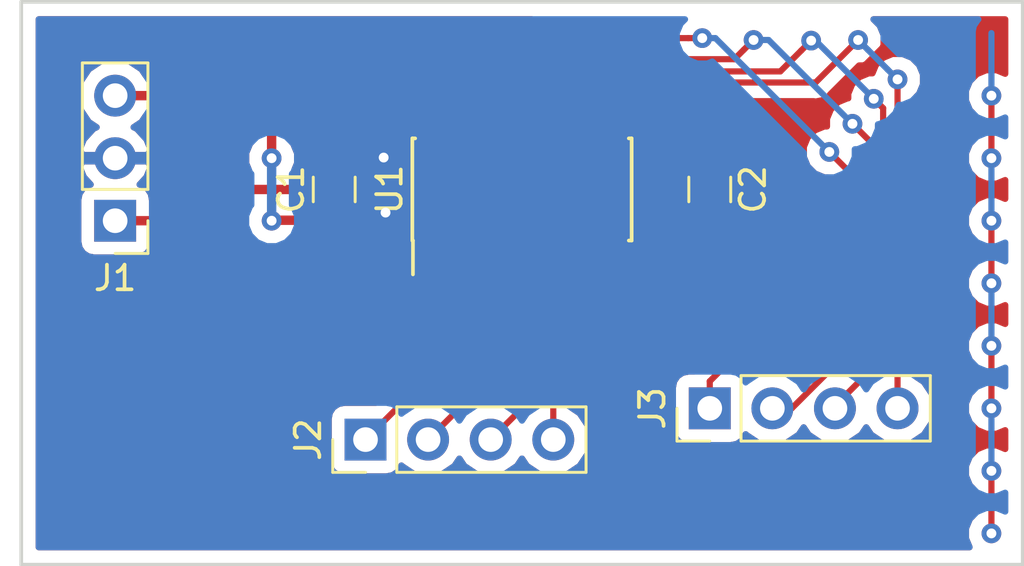
<source format=kicad_pcb>
(kicad_pcb (version 20171130) (host pcbnew "(5.0.0)")

  (general
    (thickness 1.6)
    (drawings 4)
    (tracks 108)
    (zones 0)
    (modules 6)
    (nets 14)
  )

  (page A4)
  (layers
    (0 F.Cu signal)
    (31 B.Cu signal)
    (32 B.Adhes user)
    (33 F.Adhes user)
    (34 B.Paste user)
    (35 F.Paste user)
    (36 B.SilkS user)
    (37 F.SilkS user)
    (38 B.Mask user)
    (39 F.Mask user)
    (40 Dwgs.User user)
    (41 Cmts.User user)
    (42 Eco1.User user)
    (43 Eco2.User user)
    (44 Edge.Cuts user)
    (45 Margin user)
    (46 B.CrtYd user)
    (47 F.CrtYd user)
    (48 B.Fab user)
    (49 F.Fab user)
  )

  (setup
    (last_trace_width 0.25)
    (user_trace_width 0.381)
    (user_trace_width 0.508)
    (user_trace_width 0.635)
    (user_trace_width 0.762)
    (trace_clearance 0.2)
    (zone_clearance 0.508)
    (zone_45_only yes)
    (trace_min 0.2)
    (segment_width 0.2)
    (edge_width 0.15)
    (via_size 0.8)
    (via_drill 0.4)
    (via_min_size 0.4)
    (via_min_drill 0.3)
    (uvia_size 0.3)
    (uvia_drill 0.1)
    (uvias_allowed no)
    (uvia_min_size 0.2)
    (uvia_min_drill 0.1)
    (pcb_text_width 0.3)
    (pcb_text_size 1.5 1.5)
    (mod_edge_width 0.15)
    (mod_text_size 1 1)
    (mod_text_width 0.15)
    (pad_size 1.524 1.524)
    (pad_drill 0.762)
    (pad_to_mask_clearance 0.2)
    (aux_axis_origin 0 0)
    (visible_elements 7FFFFFFF)
    (pcbplotparams
      (layerselection 0x00030_80000001)
      (usegerberextensions false)
      (usegerberattributes false)
      (usegerberadvancedattributes false)
      (creategerberjobfile false)
      (excludeedgelayer true)
      (linewidth 0.100000)
      (plotframeref false)
      (viasonmask false)
      (mode 1)
      (useauxorigin false)
      (hpglpennumber 1)
      (hpglpenspeed 20)
      (hpglpendiameter 15.000000)
      (psnegative false)
      (psa4output false)
      (plotreference true)
      (plotvalue true)
      (plotinvisibletext false)
      (padsonsilk false)
      (subtractmaskfromsilk false)
      (outputformat 1)
      (mirror false)
      (drillshape 1)
      (scaleselection 1)
      (outputdirectory ""))
  )

  (net 0 "")
  (net 1 +5V)
  (net 2 GND)
  (net 3 +3V3)
  (net 4 "Net-(J2-Pad1)")
  (net 5 "Net-(J2-Pad2)")
  (net 6 "Net-(J2-Pad3)")
  (net 7 "Net-(J2-Pad4)")
  (net 8 "Net-(J3-Pad1)")
  (net 9 "Net-(J3-Pad2)")
  (net 10 "Net-(J3-Pad3)")
  (net 11 "Net-(J3-Pad4)")
  (net 12 "Net-(U1-Pad6)")
  (net 13 "Net-(U1-Pad9)")

  (net_class Default "Dies ist die voreingestellte Netzklasse."
    (clearance 0.2)
    (trace_width 0.25)
    (via_dia 0.8)
    (via_drill 0.4)
    (uvia_dia 0.3)
    (uvia_drill 0.1)
    (add_net +3V3)
    (add_net +5V)
    (add_net GND)
    (add_net "Net-(J2-Pad1)")
    (add_net "Net-(J2-Pad2)")
    (add_net "Net-(J2-Pad3)")
    (add_net "Net-(J2-Pad4)")
    (add_net "Net-(J3-Pad1)")
    (add_net "Net-(J3-Pad2)")
    (add_net "Net-(J3-Pad3)")
    (add_net "Net-(J3-Pad4)")
    (add_net "Net-(U1-Pad6)")
    (add_net "Net-(U1-Pad9)")
  )

  (module Capacitors_SMD:C_0805_HandSoldering (layer F.Cu) (tedit 58AA84A8) (tstamp 5AD6045B)
    (at 165.1 110.49 90)
    (descr "Capacitor SMD 0805, hand soldering")
    (tags "capacitor 0805")
    (path /5AD5FDB9)
    (attr smd)
    (fp_text reference C1 (at 0 -1.75 90) (layer F.SilkS)
      (effects (font (size 1 1) (thickness 0.15)))
    )
    (fp_text value 100nF (at 0 1.75 90) (layer F.Fab)
      (effects (font (size 1 1) (thickness 0.15)))
    )
    (fp_text user %R (at 0 -1.75 90) (layer F.Fab)
      (effects (font (size 1 1) (thickness 0.15)))
    )
    (fp_line (start -1 0.62) (end -1 -0.62) (layer F.Fab) (width 0.1))
    (fp_line (start 1 0.62) (end -1 0.62) (layer F.Fab) (width 0.1))
    (fp_line (start 1 -0.62) (end 1 0.62) (layer F.Fab) (width 0.1))
    (fp_line (start -1 -0.62) (end 1 -0.62) (layer F.Fab) (width 0.1))
    (fp_line (start 0.5 -0.85) (end -0.5 -0.85) (layer F.SilkS) (width 0.12))
    (fp_line (start -0.5 0.85) (end 0.5 0.85) (layer F.SilkS) (width 0.12))
    (fp_line (start -2.25 -0.88) (end 2.25 -0.88) (layer F.CrtYd) (width 0.05))
    (fp_line (start -2.25 -0.88) (end -2.25 0.87) (layer F.CrtYd) (width 0.05))
    (fp_line (start 2.25 0.87) (end 2.25 -0.88) (layer F.CrtYd) (width 0.05))
    (fp_line (start 2.25 0.87) (end -2.25 0.87) (layer F.CrtYd) (width 0.05))
    (pad 1 smd rect (at -1.25 0 90) (size 1.5 1.25) (layers F.Cu F.Paste F.Mask)
      (net 1 +5V))
    (pad 2 smd rect (at 1.25 0 90) (size 1.5 1.25) (layers F.Cu F.Paste F.Mask)
      (net 2 GND))
    (model Capacitors_SMD.3dshapes/C_0805.wrl
      (at (xyz 0 0 0))
      (scale (xyz 1 1 1))
      (rotate (xyz 0 0 0))
    )
  )

  (module Capacitors_SMD:C_0805_HandSoldering (layer F.Cu) (tedit 58AA84A8) (tstamp 5AD60461)
    (at 180.34 110.49 270)
    (descr "Capacitor SMD 0805, hand soldering")
    (tags "capacitor 0805")
    (path /5AD5FE19)
    (attr smd)
    (fp_text reference C2 (at 0 -1.75 270) (layer F.SilkS)
      (effects (font (size 1 1) (thickness 0.15)))
    )
    (fp_text value 100nF (at 0 1.75 270) (layer F.Fab)
      (effects (font (size 1 1) (thickness 0.15)))
    )
    (fp_text user %R (at 0 -1.75 270) (layer F.Fab)
      (effects (font (size 1 1) (thickness 0.15)))
    )
    (fp_line (start -1 0.62) (end -1 -0.62) (layer F.Fab) (width 0.1))
    (fp_line (start 1 0.62) (end -1 0.62) (layer F.Fab) (width 0.1))
    (fp_line (start 1 -0.62) (end 1 0.62) (layer F.Fab) (width 0.1))
    (fp_line (start -1 -0.62) (end 1 -0.62) (layer F.Fab) (width 0.1))
    (fp_line (start 0.5 -0.85) (end -0.5 -0.85) (layer F.SilkS) (width 0.12))
    (fp_line (start -0.5 0.85) (end 0.5 0.85) (layer F.SilkS) (width 0.12))
    (fp_line (start -2.25 -0.88) (end 2.25 -0.88) (layer F.CrtYd) (width 0.05))
    (fp_line (start -2.25 -0.88) (end -2.25 0.87) (layer F.CrtYd) (width 0.05))
    (fp_line (start 2.25 0.87) (end 2.25 -0.88) (layer F.CrtYd) (width 0.05))
    (fp_line (start 2.25 0.87) (end -2.25 0.87) (layer F.CrtYd) (width 0.05))
    (pad 1 smd rect (at -1.25 0 270) (size 1.5 1.25) (layers F.Cu F.Paste F.Mask)
      (net 3 +3V3))
    (pad 2 smd rect (at 1.25 0 270) (size 1.5 1.25) (layers F.Cu F.Paste F.Mask)
      (net 2 GND))
    (model Capacitors_SMD.3dshapes/C_0805.wrl
      (at (xyz 0 0 0))
      (scale (xyz 1 1 1))
      (rotate (xyz 0 0 0))
    )
  )

  (module Pin_Headers:Pin_Header_Straight_1x03_Pitch2.54mm (layer F.Cu) (tedit 59650532) (tstamp 5AD60468)
    (at 156.21 111.76 180)
    (descr "Through hole straight pin header, 1x03, 2.54mm pitch, single row")
    (tags "Through hole pin header THT 1x03 2.54mm single row")
    (path /5AD5FFCA)
    (fp_text reference J1 (at 0 -2.33 180) (layer F.SilkS)
      (effects (font (size 1 1) (thickness 0.15)))
    )
    (fp_text value Conn_01x03 (at 0 7.41 180) (layer F.Fab)
      (effects (font (size 1 1) (thickness 0.15)))
    )
    (fp_line (start -0.635 -1.27) (end 1.27 -1.27) (layer F.Fab) (width 0.1))
    (fp_line (start 1.27 -1.27) (end 1.27 6.35) (layer F.Fab) (width 0.1))
    (fp_line (start 1.27 6.35) (end -1.27 6.35) (layer F.Fab) (width 0.1))
    (fp_line (start -1.27 6.35) (end -1.27 -0.635) (layer F.Fab) (width 0.1))
    (fp_line (start -1.27 -0.635) (end -0.635 -1.27) (layer F.Fab) (width 0.1))
    (fp_line (start -1.33 6.41) (end 1.33 6.41) (layer F.SilkS) (width 0.12))
    (fp_line (start -1.33 1.27) (end -1.33 6.41) (layer F.SilkS) (width 0.12))
    (fp_line (start 1.33 1.27) (end 1.33 6.41) (layer F.SilkS) (width 0.12))
    (fp_line (start -1.33 1.27) (end 1.33 1.27) (layer F.SilkS) (width 0.12))
    (fp_line (start -1.33 0) (end -1.33 -1.33) (layer F.SilkS) (width 0.12))
    (fp_line (start -1.33 -1.33) (end 0 -1.33) (layer F.SilkS) (width 0.12))
    (fp_line (start -1.8 -1.8) (end -1.8 6.85) (layer F.CrtYd) (width 0.05))
    (fp_line (start -1.8 6.85) (end 1.8 6.85) (layer F.CrtYd) (width 0.05))
    (fp_line (start 1.8 6.85) (end 1.8 -1.8) (layer F.CrtYd) (width 0.05))
    (fp_line (start 1.8 -1.8) (end -1.8 -1.8) (layer F.CrtYd) (width 0.05))
    (fp_text user %R (at 0 2.54 270) (layer F.Fab)
      (effects (font (size 1 1) (thickness 0.15)))
    )
    (pad 1 thru_hole rect (at 0 0 180) (size 1.7 1.7) (drill 1) (layers *.Cu *.Mask)
      (net 3 +3V3))
    (pad 2 thru_hole oval (at 0 2.54 180) (size 1.7 1.7) (drill 1) (layers *.Cu *.Mask)
      (net 2 GND))
    (pad 3 thru_hole oval (at 0 5.08 180) (size 1.7 1.7) (drill 1) (layers *.Cu *.Mask)
      (net 1 +5V))
    (model ${KISYS3DMOD}/Pin_Headers.3dshapes/Pin_Header_Straight_1x03_Pitch2.54mm.wrl
      (at (xyz 0 0 0))
      (scale (xyz 1 1 1))
      (rotate (xyz 0 0 0))
    )
  )

  (module Pin_Headers:Pin_Header_Straight_1x04_Pitch2.54mm (layer F.Cu) (tedit 59650532) (tstamp 5AD60470)
    (at 166.37 120.65 90)
    (descr "Through hole straight pin header, 1x04, 2.54mm pitch, single row")
    (tags "Through hole pin header THT 1x04 2.54mm single row")
    (path /5AD5FF46)
    (fp_text reference J2 (at 0 -2.33 90) (layer F.SilkS)
      (effects (font (size 1 1) (thickness 0.15)))
    )
    (fp_text value Conn_01x04 (at 0 9.95 90) (layer F.Fab)
      (effects (font (size 1 1) (thickness 0.15)))
    )
    (fp_line (start -0.635 -1.27) (end 1.27 -1.27) (layer F.Fab) (width 0.1))
    (fp_line (start 1.27 -1.27) (end 1.27 8.89) (layer F.Fab) (width 0.1))
    (fp_line (start 1.27 8.89) (end -1.27 8.89) (layer F.Fab) (width 0.1))
    (fp_line (start -1.27 8.89) (end -1.27 -0.635) (layer F.Fab) (width 0.1))
    (fp_line (start -1.27 -0.635) (end -0.635 -1.27) (layer F.Fab) (width 0.1))
    (fp_line (start -1.33 8.95) (end 1.33 8.95) (layer F.SilkS) (width 0.12))
    (fp_line (start -1.33 1.27) (end -1.33 8.95) (layer F.SilkS) (width 0.12))
    (fp_line (start 1.33 1.27) (end 1.33 8.95) (layer F.SilkS) (width 0.12))
    (fp_line (start -1.33 1.27) (end 1.33 1.27) (layer F.SilkS) (width 0.12))
    (fp_line (start -1.33 0) (end -1.33 -1.33) (layer F.SilkS) (width 0.12))
    (fp_line (start -1.33 -1.33) (end 0 -1.33) (layer F.SilkS) (width 0.12))
    (fp_line (start -1.8 -1.8) (end -1.8 9.4) (layer F.CrtYd) (width 0.05))
    (fp_line (start -1.8 9.4) (end 1.8 9.4) (layer F.CrtYd) (width 0.05))
    (fp_line (start 1.8 9.4) (end 1.8 -1.8) (layer F.CrtYd) (width 0.05))
    (fp_line (start 1.8 -1.8) (end -1.8 -1.8) (layer F.CrtYd) (width 0.05))
    (fp_text user %R (at 0 3.81 180) (layer F.Fab)
      (effects (font (size 1 1) (thickness 0.15)))
    )
    (pad 1 thru_hole rect (at 0 0 90) (size 1.7 1.7) (drill 1) (layers *.Cu *.Mask)
      (net 4 "Net-(J2-Pad1)"))
    (pad 2 thru_hole oval (at 0 2.54 90) (size 1.7 1.7) (drill 1) (layers *.Cu *.Mask)
      (net 5 "Net-(J2-Pad2)"))
    (pad 3 thru_hole oval (at 0 5.08 90) (size 1.7 1.7) (drill 1) (layers *.Cu *.Mask)
      (net 6 "Net-(J2-Pad3)"))
    (pad 4 thru_hole oval (at 0 7.62 90) (size 1.7 1.7) (drill 1) (layers *.Cu *.Mask)
      (net 7 "Net-(J2-Pad4)"))
    (model ${KISYS3DMOD}/Pin_Headers.3dshapes/Pin_Header_Straight_1x04_Pitch2.54mm.wrl
      (at (xyz 0 0 0))
      (scale (xyz 1 1 1))
      (rotate (xyz 0 0 0))
    )
  )

  (module Pin_Headers:Pin_Header_Straight_1x04_Pitch2.54mm (layer F.Cu) (tedit 59650532) (tstamp 5AD60478)
    (at 180.34 119.38 90)
    (descr "Through hole straight pin header, 1x04, 2.54mm pitch, single row")
    (tags "Through hole pin header THT 1x04 2.54mm single row")
    (path /5AD5FEFA)
    (fp_text reference J3 (at 0 -2.33 90) (layer F.SilkS)
      (effects (font (size 1 1) (thickness 0.15)))
    )
    (fp_text value Conn_01x04 (at 0 9.95 90) (layer F.Fab)
      (effects (font (size 1 1) (thickness 0.15)))
    )
    (fp_line (start -0.635 -1.27) (end 1.27 -1.27) (layer F.Fab) (width 0.1))
    (fp_line (start 1.27 -1.27) (end 1.27 8.89) (layer F.Fab) (width 0.1))
    (fp_line (start 1.27 8.89) (end -1.27 8.89) (layer F.Fab) (width 0.1))
    (fp_line (start -1.27 8.89) (end -1.27 -0.635) (layer F.Fab) (width 0.1))
    (fp_line (start -1.27 -0.635) (end -0.635 -1.27) (layer F.Fab) (width 0.1))
    (fp_line (start -1.33 8.95) (end 1.33 8.95) (layer F.SilkS) (width 0.12))
    (fp_line (start -1.33 1.27) (end -1.33 8.95) (layer F.SilkS) (width 0.12))
    (fp_line (start 1.33 1.27) (end 1.33 8.95) (layer F.SilkS) (width 0.12))
    (fp_line (start -1.33 1.27) (end 1.33 1.27) (layer F.SilkS) (width 0.12))
    (fp_line (start -1.33 0) (end -1.33 -1.33) (layer F.SilkS) (width 0.12))
    (fp_line (start -1.33 -1.33) (end 0 -1.33) (layer F.SilkS) (width 0.12))
    (fp_line (start -1.8 -1.8) (end -1.8 9.4) (layer F.CrtYd) (width 0.05))
    (fp_line (start -1.8 9.4) (end 1.8 9.4) (layer F.CrtYd) (width 0.05))
    (fp_line (start 1.8 9.4) (end 1.8 -1.8) (layer F.CrtYd) (width 0.05))
    (fp_line (start 1.8 -1.8) (end -1.8 -1.8) (layer F.CrtYd) (width 0.05))
    (fp_text user %R (at 0 3.81 180) (layer F.Fab)
      (effects (font (size 1 1) (thickness 0.15)))
    )
    (pad 1 thru_hole rect (at 0 0 90) (size 1.7 1.7) (drill 1) (layers *.Cu *.Mask)
      (net 8 "Net-(J3-Pad1)"))
    (pad 2 thru_hole oval (at 0 2.54 90) (size 1.7 1.7) (drill 1) (layers *.Cu *.Mask)
      (net 9 "Net-(J3-Pad2)"))
    (pad 3 thru_hole oval (at 0 5.08 90) (size 1.7 1.7) (drill 1) (layers *.Cu *.Mask)
      (net 10 "Net-(J3-Pad3)"))
    (pad 4 thru_hole oval (at 0 7.62 90) (size 1.7 1.7) (drill 1) (layers *.Cu *.Mask)
      (net 11 "Net-(J3-Pad4)"))
    (model ${KISYS3DMOD}/Pin_Headers.3dshapes/Pin_Header_Straight_1x04_Pitch2.54mm.wrl
      (at (xyz 0 0 0))
      (scale (xyz 1 1 1))
      (rotate (xyz 0 0 0))
    )
  )

  (module Housings_SOIC:SOIC-14_3.9x8.7mm_Pitch1.27mm (layer F.Cu) (tedit 5AD607DB) (tstamp 5AD6048A)
    (at 172.72 110.49 90)
    (descr "14-Lead Plastic Small Outline (SL) - Narrow, 3.90 mm Body [SOIC] (see Microchip Packaging Specification 00000049BS.pdf)")
    (tags "SOIC 1.27")
    (path /5AD5FAA6)
    (attr smd)
    (fp_text reference U1 (at 0 -5.375 90) (layer F.SilkS)
      (effects (font (size 1 1) (thickness 0.15)))
    )
    (fp_text value TXB0104D (at 0 5.375 90) (layer F.Fab)
      (effects (font (size 1 1) (thickness 0.15)))
    )
    (fp_text user %R (at 0 0 180) (layer F.Fab)
      (effects (font (size 0.9 0.9) (thickness 0.135)))
    )
    (fp_line (start -0.95 -4.35) (end 1.95 -4.35) (layer F.Fab) (width 0.15))
    (fp_line (start 1.95 -4.35) (end 1.95 4.35) (layer F.Fab) (width 0.15))
    (fp_line (start 1.95 4.35) (end -1.95 4.35) (layer F.Fab) (width 0.15))
    (fp_line (start -1.95 4.35) (end -1.95 -3.35) (layer F.Fab) (width 0.15))
    (fp_line (start -1.95 -3.35) (end -0.95 -4.35) (layer F.Fab) (width 0.15))
    (fp_line (start -3.7 -4.65) (end -3.7 4.65) (layer F.CrtYd) (width 0.05))
    (fp_line (start 3.7 -4.65) (end 3.7 4.65) (layer F.CrtYd) (width 0.05))
    (fp_line (start -3.7 -4.65) (end 3.7 -4.65) (layer F.CrtYd) (width 0.05))
    (fp_line (start -3.7 4.65) (end 3.7 4.65) (layer F.CrtYd) (width 0.05))
    (fp_line (start -2.075 -4.45) (end -2.075 -4.425) (layer F.SilkS) (width 0.15))
    (fp_line (start 2.075 -4.45) (end 2.075 -4.335) (layer F.SilkS) (width 0.15))
    (fp_line (start 2.075 4.45) (end 2.075 4.335) (layer F.SilkS) (width 0.15))
    (fp_line (start -2.075 4.45) (end -2.075 4.335) (layer F.SilkS) (width 0.15))
    (fp_line (start -2.075 -4.45) (end 2.075 -4.45) (layer F.SilkS) (width 0.15))
    (fp_line (start -2.075 4.45) (end 2.075 4.45) (layer F.SilkS) (width 0.15))
    (fp_line (start -2.075 -4.425) (end -3.45 -4.425) (layer F.SilkS) (width 0.15))
    (pad 1 smd rect (at -2.7 -3.81 90) (size 1.5 0.6) (layers F.Cu F.Paste F.Mask)
      (net 3 +3V3))
    (pad 2 smd rect (at -2.7 -2.54 90) (size 1.5 0.6) (layers F.Cu F.Paste F.Mask)
      (net 4 "Net-(J2-Pad1)"))
    (pad 3 smd rect (at -2.7 -1.27 90) (size 1.5 0.6) (layers F.Cu F.Paste F.Mask)
      (net 5 "Net-(J2-Pad2)"))
    (pad 4 smd rect (at -2.7 0 90) (size 1.5 0.6) (layers F.Cu F.Paste F.Mask)
      (net 6 "Net-(J2-Pad3)"))
    (pad 5 smd rect (at -2.7 1.27 90) (size 1.5 0.6) (layers F.Cu F.Paste F.Mask)
      (net 7 "Net-(J2-Pad4)"))
    (pad 6 smd rect (at -2.7 2.54 90) (size 1.5 0.6) (layers F.Cu F.Paste F.Mask)
      (net 12 "Net-(U1-Pad6)"))
    (pad 7 smd rect (at -2.7 3.81 90) (size 1.5 0.6) (layers F.Cu F.Paste F.Mask)
      (net 2 GND))
    (pad 8 smd rect (at 2.7 3.81 90) (size 1.5 0.6) (layers F.Cu F.Paste F.Mask)
      (net 3 +3V3))
    (pad 9 smd rect (at 2.7 2.54 90) (size 1.5 0.6) (layers F.Cu F.Paste F.Mask)
      (net 13 "Net-(U1-Pad9)"))
    (pad 10 smd rect (at 2.7 1.27 90) (size 1.5 0.6) (layers F.Cu F.Paste F.Mask)
      (net 11 "Net-(J3-Pad4)"))
    (pad 11 smd rect (at 2.7 0 90) (size 1.5 0.6) (layers F.Cu F.Paste F.Mask)
      (net 10 "Net-(J3-Pad3)"))
    (pad 12 smd rect (at 2.7 -1.27 90) (size 1.5 0.6) (layers F.Cu F.Paste F.Mask)
      (net 9 "Net-(J3-Pad2)"))
    (pad 13 smd rect (at 2.7 -2.54 90) (size 1.5 0.6) (layers F.Cu F.Paste F.Mask)
      (net 8 "Net-(J3-Pad1)"))
    (pad 14 smd rect (at 2.7 -3.81 90) (size 1.5 0.6) (layers F.Cu F.Paste F.Mask)
      (net 1 +5V))
    (model ${KISYS3DMOD}/Housings_SOIC.3dshapes/SOIC-14_3.9x8.7mm_Pitch1.27mm.wrl
      (at (xyz 0 0 0))
      (scale (xyz 1 1 1))
      (rotate (xyz 0 0 0))
    )
  )

  (gr_line (start 152.4 125.73) (end 152.4 102.87) (angle 90) (layer Edge.Cuts) (width 0.15))
  (gr_line (start 193.04 125.73) (end 152.4 125.73) (angle 90) (layer Edge.Cuts) (width 0.15))
  (gr_line (start 193.04 102.87) (end 193.04 125.73) (angle 90) (layer Edge.Cuts) (width 0.15))
  (gr_line (start 152.4 102.87) (end 193.04 102.87) (angle 90) (layer Edge.Cuts) (width 0.15))

  (segment (start 191.77 104.14) (end 191.77 106.68) (width 0.25) (layer B.Cu) (net 0))
  (via (at 191.77 124.46) (size 0.8) (drill 0.4) (layers F.Cu B.Cu) (net 0))
  (segment (start 191.77 121.92) (end 191.77 124.46) (width 0.25) (layer F.Cu) (net 0) (tstamp 5AD60F34))
  (via (at 191.77 121.92) (size 0.8) (drill 0.4) (layers F.Cu B.Cu) (net 0))
  (segment (start 191.77 119.38) (end 191.77 121.92) (width 0.25) (layer B.Cu) (net 0) (tstamp 5AD60F31))
  (via (at 191.77 119.38) (size 0.8) (drill 0.4) (layers F.Cu B.Cu) (net 0))
  (segment (start 191.77 116.84) (end 191.77 119.38) (width 0.25) (layer F.Cu) (net 0) (tstamp 5AD60F2E))
  (via (at 191.77 116.84) (size 0.8) (drill 0.4) (layers F.Cu B.Cu) (net 0))
  (segment (start 191.77 114.3) (end 191.77 116.84) (width 0.25) (layer B.Cu) (net 0) (tstamp 5AD60F2B))
  (via (at 191.77 114.3) (size 0.8) (drill 0.4) (layers F.Cu B.Cu) (net 0))
  (segment (start 191.77 111.76) (end 191.77 114.3) (width 0.25) (layer F.Cu) (net 0) (tstamp 5AD60F28))
  (via (at 191.77 111.76) (size 0.8) (drill 0.4) (layers F.Cu B.Cu) (net 0))
  (segment (start 191.77 109.22) (end 191.77 111.76) (width 0.25) (layer B.Cu) (net 0) (tstamp 5AD60F25))
  (via (at 191.77 109.22) (size 0.8) (drill 0.4) (layers F.Cu B.Cu) (net 0))
  (segment (start 191.77 106.68) (end 191.77 109.22) (width 0.25) (layer F.Cu) (net 0) (tstamp 5AD60F22))
  (via (at 191.77 106.68) (size 0.8) (drill 0.4) (layers F.Cu B.Cu) (net 0))
  (segment (start 162.56 106.68) (end 162.56 109.22) (width 0.381) (layer F.Cu) (net 1))
  (segment (start 162.58 111.74) (end 165.1 111.74) (width 0.381) (layer F.Cu) (net 1) (tstamp 5AD60CDE))
  (segment (start 162.56 111.76) (end 162.58 111.74) (width 0.381) (layer F.Cu) (net 1) (tstamp 5AD60CDD))
  (via (at 162.56 111.76) (size 0.8) (drill 0.4) (layers F.Cu B.Cu) (net 1))
  (segment (start 162.56 109.22) (end 162.56 111.76) (width 0.381) (layer B.Cu) (net 1) (tstamp 5AD60CDA))
  (via (at 162.56 109.22) (size 0.8) (drill 0.4) (layers F.Cu B.Cu) (net 1))
  (segment (start 156.21 106.68) (end 162.56 106.68) (width 0.381) (layer F.Cu) (net 1))
  (segment (start 162.56 106.68) (end 167.8 106.68) (width 0.381) (layer F.Cu) (net 1) (tstamp 5AD60CD6))
  (segment (start 167.8 106.68) (end 168.91 107.79) (width 0.381) (layer F.Cu) (net 1) (tstamp 5AD60CC9))
  (segment (start 191.77 104.14) (end 187.94 104.14) (width 0.25) (layer F.Cu) (net 2))
  (segment (start 187.94 104.14) (end 180.34 111.74) (width 0.25) (layer F.Cu) (net 2) (tstamp 5AD60F3E))
  (segment (start 177.08 113.19) (end 176.53 113.19) (width 0.25) (layer F.Cu) (net 2))
  (segment (start 179.015 113.19) (end 177.08 113.19) (width 0.25) (layer F.Cu) (net 2))
  (segment (start 180.34 111.865) (end 179.015 113.19) (width 0.25) (layer F.Cu) (net 2))
  (segment (start 180.34 111.74) (end 180.34 111.865) (width 0.25) (layer F.Cu) (net 2))
  (via (at 167.1828 111.4298) (size 0.8) (drill 0.4) (layers F.Cu B.Cu) (net 2))
  (segment (start 175.134802 111.4298) (end 167.1828 111.4298) (width 0.25) (layer F.Cu) (net 2))
  (segment (start 175.2198 111.4298) (end 175.134802 111.4298) (width 0.25) (layer F.Cu) (net 2))
  (segment (start 176.53 113.19) (end 176.53 112.74) (width 0.25) (layer F.Cu) (net 2))
  (segment (start 176.53 112.74) (end 175.2198 111.4298) (width 0.25) (layer F.Cu) (net 2))
  (via (at 167.1066 109.1946) (size 0.8) (drill 0.4) (layers F.Cu B.Cu) (net 2))
  (segment (start 167.1828 111.4298) (end 167.1828 109.2708) (width 0.25) (layer B.Cu) (net 2))
  (segment (start 167.1828 109.2708) (end 167.1066 109.1946) (width 0.25) (layer B.Cu) (net 2))
  (segment (start 165.1454 109.1946) (end 165.1 109.24) (width 0.25) (layer F.Cu) (net 2))
  (segment (start 167.1066 109.1946) (end 165.1454 109.1946) (width 0.25) (layer F.Cu) (net 2))
  (segment (start 177.8 110.49) (end 177.8 109.06) (width 0.381) (layer F.Cu) (net 3))
  (segment (start 177.8 109.06) (end 176.53 107.79) (width 0.381) (layer F.Cu) (net 3) (tstamp 5AD60CD3))
  (segment (start 156.21 111.76) (end 160.02 111.76) (width 0.381) (layer F.Cu) (net 3))
  (segment (start 179.09 110.49) (end 180.34 109.24) (width 0.381) (layer F.Cu) (net 3) (tstamp 5AD60CCE))
  (segment (start 161.29 110.49) (end 177.8 110.49) (width 0.381) (layer F.Cu) (net 3) (tstamp 5AD60CCD))
  (segment (start 177.8 110.49) (end 179.09 110.49) (width 0.381) (layer F.Cu) (net 3) (tstamp 5AD60CD1))
  (segment (start 160.02 111.76) (end 161.29 110.49) (width 0.381) (layer F.Cu) (net 3) (tstamp 5AD60CCC))
  (segment (start 161.45 113.19) (end 160.02 111.76) (width 0.25) (layer F.Cu) (net 3))
  (segment (start 168.91 113.19) (end 161.45 113.19) (width 0.25) (layer F.Cu) (net 3))
  (segment (start 170.18 113.19) (end 170.18 116.84) (width 0.25) (layer F.Cu) (net 4))
  (segment (start 170.18 116.84) (end 166.37 120.65) (width 0.25) (layer F.Cu) (net 4) (tstamp 5AD60CF8))
  (segment (start 171.45 113.19) (end 171.45 118.11) (width 0.25) (layer F.Cu) (net 5))
  (segment (start 171.45 118.11) (end 168.91 120.65) (width 0.25) (layer F.Cu) (net 5) (tstamp 5AD60CFC))
  (segment (start 172.72 113.19) (end 172.72 119.38) (width 0.25) (layer F.Cu) (net 6))
  (segment (start 172.72 119.38) (end 171.45 120.65) (width 0.25) (layer F.Cu) (net 6) (tstamp 5AD60D00))
  (segment (start 173.99 113.19) (end 173.99 120.65) (width 0.25) (layer F.Cu) (net 7))
  (via (at 185.1914 108.966) (size 0.8) (drill 0.4) (layers F.Cu B.Cu) (net 8))
  (segment (start 180.34 119.38) (end 180.34 118.28) (width 0.25) (layer F.Cu) (net 8))
  (segment (start 186.1058 116.0272) (end 186.1058 109.8804) (width 0.25) (layer F.Cu) (net 8))
  (segment (start 181.2974 117.3226) (end 184.8104 117.3226) (width 0.25) (layer F.Cu) (net 8))
  (segment (start 180.34 118.28) (end 181.2974 117.3226) (width 0.25) (layer F.Cu) (net 8))
  (segment (start 186.1058 109.8804) (end 185.1914 108.966) (width 0.25) (layer F.Cu) (net 8))
  (segment (start 184.8104 117.3226) (end 186.1058 116.0272) (width 0.25) (layer F.Cu) (net 8))
  (via (at 180.0352 104.3432) (size 0.8) (drill 0.4) (layers F.Cu B.Cu) (net 8))
  (segment (start 173.1768 104.3432) (end 179.469515 104.3432) (width 0.25) (layer F.Cu) (net 8))
  (segment (start 179.469515 104.3432) (end 180.0352 104.3432) (width 0.25) (layer F.Cu) (net 8))
  (segment (start 170.18 107.79) (end 170.18 107.34) (width 0.25) (layer F.Cu) (net 8))
  (segment (start 180.5686 104.3432) (end 180.0352 104.3432) (width 0.25) (layer B.Cu) (net 8))
  (segment (start 170.18 107.34) (end 173.1768 104.3432) (width 0.25) (layer F.Cu) (net 8))
  (segment (start 185.1914 108.966) (end 180.5686 104.3432) (width 0.25) (layer B.Cu) (net 8))
  (via (at 186.1312 107.823) (size 0.8) (drill 0.4) (layers F.Cu B.Cu) (net 9))
  (segment (start 186.817 108.5088) (end 186.1312 107.823) (width 0.25) (layer F.Cu) (net 9))
  (segment (start 186.817 116.2304) (end 186.817 108.5088) (width 0.25) (layer F.Cu) (net 9))
  (segment (start 182.88 119.38) (end 183.6674 119.38) (width 0.25) (layer F.Cu) (net 9))
  (segment (start 183.6674 119.38) (end 186.817 116.2304) (width 0.25) (layer F.Cu) (net 9))
  (via (at 182.118 104.4194) (size 0.8) (drill 0.4) (layers F.Cu B.Cu) (net 9))
  (segment (start 186.1312 107.823) (end 182.7276 104.4194) (width 0.25) (layer B.Cu) (net 9))
  (segment (start 182.683685 104.4194) (end 182.118 104.4194) (width 0.25) (layer B.Cu) (net 9))
  (segment (start 182.7276 104.4194) (end 182.683685 104.4194) (width 0.25) (layer B.Cu) (net 9))
  (segment (start 171.45 107.79) (end 171.45 107.34) (width 0.25) (layer F.Cu) (net 9))
  (segment (start 171.45 107.34) (end 173.590389 105.199611) (width 0.25) (layer F.Cu) (net 9))
  (segment (start 173.590389 105.199611) (end 181.337789 105.199611) (width 0.25) (layer F.Cu) (net 9))
  (segment (start 181.718001 104.819399) (end 182.118 104.4194) (width 0.25) (layer F.Cu) (net 9))
  (segment (start 181.337789 105.199611) (end 181.718001 104.819399) (width 0.25) (layer F.Cu) (net 9))
  (via (at 186.9948 106.807) (size 0.8) (drill 0.4) (layers F.Cu B.Cu) (net 10))
  (segment (start 187.3758 107.188) (end 186.9948 106.807) (width 0.25) (layer F.Cu) (net 10))
  (segment (start 187.3758 117.3226) (end 187.3758 107.188) (width 0.25) (layer F.Cu) (net 10))
  (segment (start 185.42 119.38) (end 185.42 119.2784) (width 0.25) (layer F.Cu) (net 10))
  (segment (start 185.42 119.2784) (end 187.3758 117.3226) (width 0.25) (layer F.Cu) (net 10))
  (via (at 184.4548 104.4448) (size 0.8) (drill 0.4) (layers F.Cu B.Cu) (net 10))
  (segment (start 184.6326 104.4448) (end 184.4548 104.4448) (width 0.25) (layer B.Cu) (net 10))
  (segment (start 186.9948 106.807) (end 184.6326 104.4448) (width 0.25) (layer B.Cu) (net 10))
  (segment (start 174.363988 105.696012) (end 183.203588 105.696012) (width 0.25) (layer F.Cu) (net 10))
  (segment (start 184.054801 104.844799) (end 184.4548 104.4448) (width 0.25) (layer F.Cu) (net 10))
  (segment (start 183.203588 105.696012) (end 184.054801 104.844799) (width 0.25) (layer F.Cu) (net 10))
  (segment (start 172.72 107.34) (end 174.363988 105.696012) (width 0.25) (layer F.Cu) (net 10))
  (segment (start 172.72 107.79) (end 172.72 107.34) (width 0.25) (layer F.Cu) (net 10))
  (via (at 186.3598 104.4194) (size 0.8) (drill 0.4) (layers F.Cu B.Cu) (net 11))
  (via (at 187.96 106.019598) (size 0.8) (drill 0.4) (layers F.Cu B.Cu) (net 11))
  (segment (start 187.96 119.38) (end 187.96 106.019598) (width 0.25) (layer F.Cu) (net 11))
  (segment (start 186.3598 104.4194) (end 186.759801 104.819399) (width 0.25) (layer B.Cu) (net 11))
  (segment (start 186.759801 104.819399) (end 187.560001 105.619599) (width 0.25) (layer B.Cu) (net 11))
  (segment (start 187.560001 105.619599) (end 187.96 106.019598) (width 0.25) (layer B.Cu) (net 11))
  (segment (start 175.183977 106.146023) (end 173.99 107.34) (width 0.25) (layer F.Cu) (net 11))
  (segment (start 173.99 107.34) (end 173.99 107.79) (width 0.25) (layer F.Cu) (net 11))
  (segment (start 186.3598 104.4194) (end 184.633177 106.146023) (width 0.25) (layer F.Cu) (net 11))
  (segment (start 184.633177 106.146023) (end 175.183977 106.146023) (width 0.25) (layer F.Cu) (net 11))

  (zone (net 2) (net_name GND) (layer F.Cu) (tstamp 5AD60E07) (hatch edge 0.508)
    (connect_pads (clearance 0.508))
    (min_thickness 0.254)
    (fill yes (arc_segments 16) (thermal_gap 0.508) (thermal_bridge_width 0.508))
    (polygon
      (pts
        (xy 193.04 125.73) (xy 152.4 125.73) (xy 152.4 102.87) (xy 193.04 102.87)
      )
    )
    (filled_polygon
      (pts
        (xy 173.101952 103.5832) (xy 173.101948 103.5832) (xy 172.880263 103.627296) (xy 172.628871 103.795271) (xy 172.586471 103.858727)
        (xy 170.052639 106.39256) (xy 169.88 106.39256) (xy 169.632235 106.441843) (xy 169.545 106.500132) (xy 169.457765 106.441843)
        (xy 169.21 106.39256) (xy 168.679992 106.39256) (xy 168.441209 106.153777) (xy 168.395152 106.084848) (xy 168.122094 105.902396)
        (xy 167.881303 105.8545) (xy 167.881301 105.8545) (xy 167.8 105.838328) (xy 167.718699 105.8545) (xy 162.641302 105.8545)
        (xy 162.56 105.838328) (xy 162.478697 105.8545) (xy 157.444412 105.8545) (xy 157.280625 105.609375) (xy 156.789418 105.281161)
        (xy 156.356256 105.195) (xy 156.063744 105.195) (xy 155.630582 105.281161) (xy 155.139375 105.609375) (xy 154.811161 106.100582)
        (xy 154.695908 106.68) (xy 154.811161 107.259418) (xy 155.139375 107.750625) (xy 155.458478 107.963843) (xy 155.328642 108.024817)
        (xy 154.938355 108.453076) (xy 154.768524 108.86311) (xy 154.889845 109.093) (xy 156.083 109.093) (xy 156.083 109.073)
        (xy 156.337 109.073) (xy 156.337 109.093) (xy 157.530155 109.093) (xy 157.651476 108.86311) (xy 157.481645 108.453076)
        (xy 157.091358 108.024817) (xy 156.961522 107.963843) (xy 157.280625 107.750625) (xy 157.444412 107.5055) (xy 161.7345 107.5055)
        (xy 161.734501 108.581788) (xy 161.682569 108.63372) (xy 161.525 109.014126) (xy 161.525 109.425874) (xy 161.623842 109.6645)
        (xy 161.371297 109.6645) (xy 161.289999 109.648329) (xy 161.208701 109.6645) (xy 161.208697 109.6645) (xy 160.967906 109.712396)
        (xy 160.694848 109.894848) (xy 160.648793 109.963774) (xy 159.678068 110.9345) (xy 157.70744 110.9345) (xy 157.70744 110.91)
        (xy 157.658157 110.662235) (xy 157.517809 110.452191) (xy 157.307765 110.311843) (xy 157.204292 110.291261) (xy 157.481645 109.986924)
        (xy 157.651476 109.57689) (xy 157.530155 109.347) (xy 156.337 109.347) (xy 156.337 109.367) (xy 156.083 109.367)
        (xy 156.083 109.347) (xy 154.889845 109.347) (xy 154.768524 109.57689) (xy 154.938355 109.986924) (xy 155.215708 110.291261)
        (xy 155.112235 110.311843) (xy 154.902191 110.452191) (xy 154.761843 110.662235) (xy 154.71256 110.91) (xy 154.71256 112.61)
        (xy 154.761843 112.857765) (xy 154.902191 113.067809) (xy 155.112235 113.208157) (xy 155.36 113.25744) (xy 157.06 113.25744)
        (xy 157.307765 113.208157) (xy 157.517809 113.067809) (xy 157.658157 112.857765) (xy 157.70744 112.61) (xy 157.70744 112.5855)
        (xy 159.770699 112.5855) (xy 160.859673 113.674476) (xy 160.902071 113.737929) (xy 160.965524 113.780327) (xy 160.965526 113.780329)
        (xy 161.090902 113.864102) (xy 161.153463 113.905904) (xy 161.375148 113.95) (xy 161.375152 113.95) (xy 161.449999 113.964888)
        (xy 161.524846 113.95) (xy 167.964549 113.95) (xy 168.011843 114.187765) (xy 168.152191 114.397809) (xy 168.362235 114.538157)
        (xy 168.61 114.58744) (xy 169.21 114.58744) (xy 169.42 114.545669) (xy 169.420001 116.525197) (xy 166.792639 119.15256)
        (xy 165.52 119.15256) (xy 165.272235 119.201843) (xy 165.062191 119.342191) (xy 164.921843 119.552235) (xy 164.87256 119.8)
        (xy 164.87256 121.5) (xy 164.921843 121.747765) (xy 165.062191 121.957809) (xy 165.272235 122.098157) (xy 165.52 122.14744)
        (xy 167.22 122.14744) (xy 167.467765 122.098157) (xy 167.677809 121.957809) (xy 167.818157 121.747765) (xy 167.827184 121.702381)
        (xy 167.839375 121.720625) (xy 168.330582 122.048839) (xy 168.763744 122.135) (xy 169.056256 122.135) (xy 169.489418 122.048839)
        (xy 169.980625 121.720625) (xy 170.18 121.422239) (xy 170.379375 121.720625) (xy 170.870582 122.048839) (xy 171.303744 122.135)
        (xy 171.596256 122.135) (xy 172.029418 122.048839) (xy 172.520625 121.720625) (xy 172.72 121.422239) (xy 172.919375 121.720625)
        (xy 173.410582 122.048839) (xy 173.843744 122.135) (xy 174.136256 122.135) (xy 174.569418 122.048839) (xy 175.060625 121.720625)
        (xy 175.388839 121.229418) (xy 175.504092 120.65) (xy 175.388839 120.070582) (xy 175.060625 119.579375) (xy 174.75 119.371822)
        (xy 174.75 118.53) (xy 178.84256 118.53) (xy 178.84256 120.23) (xy 178.891843 120.477765) (xy 179.032191 120.687809)
        (xy 179.242235 120.828157) (xy 179.49 120.87744) (xy 181.19 120.87744) (xy 181.437765 120.828157) (xy 181.647809 120.687809)
        (xy 181.788157 120.477765) (xy 181.797184 120.432381) (xy 181.809375 120.450625) (xy 182.300582 120.778839) (xy 182.733744 120.865)
        (xy 183.026256 120.865) (xy 183.459418 120.778839) (xy 183.950625 120.450625) (xy 184.15 120.152239) (xy 184.349375 120.450625)
        (xy 184.840582 120.778839) (xy 185.273744 120.865) (xy 185.566256 120.865) (xy 185.999418 120.778839) (xy 186.490625 120.450625)
        (xy 186.69 120.152239) (xy 186.889375 120.450625) (xy 187.380582 120.778839) (xy 187.813744 120.865) (xy 188.106256 120.865)
        (xy 188.539418 120.778839) (xy 189.030625 120.450625) (xy 189.358839 119.959418) (xy 189.474092 119.38) (xy 189.358839 118.800582)
        (xy 189.030625 118.309375) (xy 188.72 118.101822) (xy 188.72 106.723309) (xy 188.837431 106.605878) (xy 188.995 106.225472)
        (xy 188.995 105.813724) (xy 188.837431 105.433318) (xy 188.54628 105.142167) (xy 188.165874 104.984598) (xy 187.754126 104.984598)
        (xy 187.37372 105.142167) (xy 187.082569 105.433318) (xy 186.942283 105.772) (xy 186.788926 105.772) (xy 186.40852 105.929569)
        (xy 186.117369 106.22072) (xy 185.9598 106.601126) (xy 185.9598 106.788) (xy 185.925326 106.788) (xy 185.54492 106.945569)
        (xy 185.253769 107.23672) (xy 185.0962 107.617126) (xy 185.0962 107.931) (xy 184.985526 107.931) (xy 184.60512 108.088569)
        (xy 184.313969 108.37972) (xy 184.1564 108.760126) (xy 184.1564 109.171874) (xy 184.313969 109.55228) (xy 184.60512 109.843431)
        (xy 184.985526 110.001) (xy 185.151598 110.001) (xy 185.345801 110.195203) (xy 185.3458 115.712398) (xy 184.495599 116.5626)
        (xy 181.372246 116.5626) (xy 181.297399 116.547712) (xy 181.222552 116.5626) (xy 181.222548 116.5626) (xy 181.000863 116.606696)
        (xy 180.749471 116.774671) (xy 180.707071 116.838127) (xy 179.855528 117.689671) (xy 179.792072 117.732071) (xy 179.749672 117.795527)
        (xy 179.749671 117.795528) (xy 179.691518 117.88256) (xy 179.49 117.88256) (xy 179.242235 117.931843) (xy 179.032191 118.072191)
        (xy 178.891843 118.282235) (xy 178.84256 118.53) (xy 174.75 118.53) (xy 174.75 114.545669) (xy 174.96 114.58744)
        (xy 175.56 114.58744) (xy 175.807765 114.538157) (xy 175.886972 114.485232) (xy 176.10369 114.575) (xy 176.24425 114.575)
        (xy 176.403 114.41625) (xy 176.403 113.317) (xy 176.657 113.317) (xy 176.657 114.41625) (xy 176.81575 114.575)
        (xy 176.95631 114.575) (xy 177.189699 114.478327) (xy 177.368327 114.299698) (xy 177.465 114.066309) (xy 177.465 113.47575)
        (xy 177.30625 113.317) (xy 176.657 113.317) (xy 176.403 113.317) (xy 176.383 113.317) (xy 176.383 113.063)
        (xy 176.403 113.063) (xy 176.403 111.96375) (xy 176.657 111.96375) (xy 176.657 113.063) (xy 177.30625 113.063)
        (xy 177.465 112.90425) (xy 177.465 112.313691) (xy 177.368327 112.080302) (xy 177.313776 112.02575) (xy 179.08 112.02575)
        (xy 179.08 112.616309) (xy 179.176673 112.849698) (xy 179.355301 113.028327) (xy 179.58869 113.125) (xy 180.05425 113.125)
        (xy 180.213 112.96625) (xy 180.213 111.867) (xy 180.467 111.867) (xy 180.467 112.96625) (xy 180.62575 113.125)
        (xy 181.09131 113.125) (xy 181.324699 113.028327) (xy 181.503327 112.849698) (xy 181.6 112.616309) (xy 181.6 112.02575)
        (xy 181.44125 111.867) (xy 180.467 111.867) (xy 180.213 111.867) (xy 179.23875 111.867) (xy 179.08 112.02575)
        (xy 177.313776 112.02575) (xy 177.189699 111.901673) (xy 176.95631 111.805) (xy 176.81575 111.805) (xy 176.657 111.96375)
        (xy 176.403 111.96375) (xy 176.24425 111.805) (xy 176.10369 111.805) (xy 175.886972 111.894768) (xy 175.807765 111.841843)
        (xy 175.56 111.79256) (xy 174.96 111.79256) (xy 174.712235 111.841843) (xy 174.625 111.900132) (xy 174.537765 111.841843)
        (xy 174.29 111.79256) (xy 173.69 111.79256) (xy 173.442235 111.841843) (xy 173.355 111.900132) (xy 173.267765 111.841843)
        (xy 173.02 111.79256) (xy 172.42 111.79256) (xy 172.172235 111.841843) (xy 172.085 111.900132) (xy 171.997765 111.841843)
        (xy 171.75 111.79256) (xy 171.15 111.79256) (xy 170.902235 111.841843) (xy 170.815 111.900132) (xy 170.727765 111.841843)
        (xy 170.48 111.79256) (xy 169.88 111.79256) (xy 169.632235 111.841843) (xy 169.545 111.900132) (xy 169.457765 111.841843)
        (xy 169.21 111.79256) (xy 168.61 111.79256) (xy 168.362235 111.841843) (xy 168.152191 111.982191) (xy 168.011843 112.192235)
        (xy 167.964549 112.43) (xy 166.37244 112.43) (xy 166.37244 111.3155) (xy 177.718697 111.3155) (xy 177.8 111.331672)
        (xy 177.881302 111.3155) (xy 179.008699 111.3155) (xy 179.08 111.329683) (xy 179.08 111.45425) (xy 179.23875 111.613)
        (xy 180.213 111.613) (xy 180.213 111.593) (xy 180.467 111.593) (xy 180.467 111.613) (xy 181.44125 111.613)
        (xy 181.6 111.45425) (xy 181.6 110.863691) (xy 181.503327 110.630302) (xy 181.36168 110.488654) (xy 181.422809 110.447809)
        (xy 181.563157 110.237765) (xy 181.61244 109.99) (xy 181.61244 108.49) (xy 181.563157 108.242235) (xy 181.422809 108.032191)
        (xy 181.212765 107.891843) (xy 180.965 107.84256) (xy 179.715 107.84256) (xy 179.467235 107.891843) (xy 179.257191 108.032191)
        (xy 179.116843 108.242235) (xy 179.06756 108.49) (xy 179.06756 109.345008) (xy 178.748068 109.6645) (xy 178.6255 109.6645)
        (xy 178.6255 109.141297) (xy 178.641671 109.059999) (xy 178.6255 108.978701) (xy 178.6255 108.978697) (xy 178.577604 108.737906)
        (xy 178.395152 108.464848) (xy 178.326226 108.418793) (xy 177.47744 107.570008) (xy 177.47744 107.04) (xy 177.450791 106.906023)
        (xy 184.55833 106.906023) (xy 184.633177 106.920911) (xy 184.708024 106.906023) (xy 184.708029 106.906023) (xy 184.929714 106.861927)
        (xy 185.181106 106.693952) (xy 185.223508 106.630493) (xy 186.399602 105.4544) (xy 186.565674 105.4544) (xy 186.94608 105.296831)
        (xy 187.237231 105.00568) (xy 187.3948 104.625274) (xy 187.3948 104.213526) (xy 187.237231 103.83312) (xy 186.984111 103.58)
        (xy 192.33 103.58) (xy 192.33 105.791684) (xy 191.975874 105.645) (xy 191.564126 105.645) (xy 191.18372 105.802569)
        (xy 190.892569 106.09372) (xy 190.735 106.474126) (xy 190.735 106.885874) (xy 190.892569 107.26628) (xy 191.01 107.383711)
        (xy 191.010001 108.516288) (xy 190.892569 108.63372) (xy 190.735 109.014126) (xy 190.735 109.425874) (xy 190.892569 109.80628)
        (xy 191.18372 110.097431) (xy 191.564126 110.255) (xy 191.975874 110.255) (xy 192.33 110.108316) (xy 192.33 110.871684)
        (xy 191.975874 110.725) (xy 191.564126 110.725) (xy 191.18372 110.882569) (xy 190.892569 111.17372) (xy 190.735 111.554126)
        (xy 190.735 111.965874) (xy 190.892569 112.34628) (xy 191.01 112.463711) (xy 191.010001 113.596288) (xy 190.892569 113.71372)
        (xy 190.735 114.094126) (xy 190.735 114.505874) (xy 190.892569 114.88628) (xy 191.18372 115.177431) (xy 191.564126 115.335)
        (xy 191.975874 115.335) (xy 192.330001 115.188316) (xy 192.330001 115.951684) (xy 191.975874 115.805) (xy 191.564126 115.805)
        (xy 191.18372 115.962569) (xy 190.892569 116.25372) (xy 190.735 116.634126) (xy 190.735 117.045874) (xy 190.892569 117.42628)
        (xy 191.01 117.543711) (xy 191.010001 118.676288) (xy 190.892569 118.79372) (xy 190.735 119.174126) (xy 190.735 119.585874)
        (xy 190.892569 119.96628) (xy 191.18372 120.257431) (xy 191.564126 120.415) (xy 191.975874 120.415) (xy 192.330001 120.268316)
        (xy 192.330001 121.031684) (xy 191.975874 120.885) (xy 191.564126 120.885) (xy 191.18372 121.042569) (xy 190.892569 121.33372)
        (xy 190.735 121.714126) (xy 190.735 122.125874) (xy 190.892569 122.50628) (xy 191.01 122.623711) (xy 191.010001 123.756288)
        (xy 190.892569 123.87372) (xy 190.735 124.254126) (xy 190.735 124.665874) (xy 190.881683 125.02) (xy 153.11 125.02)
        (xy 153.11 103.58) (xy 173.11804 103.58)
      )
    )
    (filled_polygon
      (pts
        (xy 167.96256 108.009993) (xy 167.96256 108.54) (xy 168.011843 108.787765) (xy 168.152191 108.997809) (xy 168.362235 109.138157)
        (xy 168.61 109.18744) (xy 169.21 109.18744) (xy 169.457765 109.138157) (xy 169.545 109.079868) (xy 169.632235 109.138157)
        (xy 169.88 109.18744) (xy 170.48 109.18744) (xy 170.727765 109.138157) (xy 170.815 109.079868) (xy 170.902235 109.138157)
        (xy 171.15 109.18744) (xy 171.75 109.18744) (xy 171.997765 109.138157) (xy 172.085 109.079868) (xy 172.172235 109.138157)
        (xy 172.42 109.18744) (xy 173.02 109.18744) (xy 173.267765 109.138157) (xy 173.355 109.079868) (xy 173.442235 109.138157)
        (xy 173.69 109.18744) (xy 174.29 109.18744) (xy 174.537765 109.138157) (xy 174.625 109.079868) (xy 174.712235 109.138157)
        (xy 174.96 109.18744) (xy 175.56 109.18744) (xy 175.807765 109.138157) (xy 175.895 109.079868) (xy 175.982235 109.138157)
        (xy 176.23 109.18744) (xy 176.760007 109.18744) (xy 176.974501 109.401934) (xy 176.974501 109.6645) (xy 166.36 109.6645)
        (xy 166.36 109.52575) (xy 166.20125 109.367) (xy 165.227 109.367) (xy 165.227 109.387) (xy 164.973 109.387)
        (xy 164.973 109.367) (xy 163.99875 109.367) (xy 163.84 109.52575) (xy 163.84 109.6645) (xy 163.496158 109.6645)
        (xy 163.595 109.425874) (xy 163.595 109.014126) (xy 163.437431 108.63372) (xy 163.3855 108.581789) (xy 163.3855 108.363691)
        (xy 163.84 108.363691) (xy 163.84 108.95425) (xy 163.99875 109.113) (xy 164.973 109.113) (xy 164.973 108.01375)
        (xy 165.227 108.01375) (xy 165.227 109.113) (xy 166.20125 109.113) (xy 166.36 108.95425) (xy 166.36 108.363691)
        (xy 166.263327 108.130302) (xy 166.084699 107.951673) (xy 165.85131 107.855) (xy 165.38575 107.855) (xy 165.227 108.01375)
        (xy 164.973 108.01375) (xy 164.81425 107.855) (xy 164.34869 107.855) (xy 164.115301 107.951673) (xy 163.936673 108.130302)
        (xy 163.84 108.363691) (xy 163.3855 108.363691) (xy 163.3855 107.5055) (xy 167.458068 107.5055)
      )
    )
  )
  (zone (net 2) (net_name GND) (layer B.Cu) (tstamp 5AD60E79) (hatch edge 0.508)
    (connect_pads (clearance 0.508))
    (min_thickness 0.254)
    (fill yes (arc_segments 16) (thermal_gap 0.508) (thermal_bridge_width 0.508))
    (polygon
      (pts
        (xy 193.04 125.73) (xy 152.4 125.73) (xy 152.4 102.87) (xy 193.04 102.87)
      )
    )
    (filled_polygon
      (pts
        (xy 179.157769 103.75692) (xy 179.0002 104.137326) (xy 179.0002 104.549074) (xy 179.157769 104.92948) (xy 179.44892 105.220631)
        (xy 179.829326 105.3782) (xy 180.241074 105.3782) (xy 180.444526 105.293927) (xy 184.1564 109.005803) (xy 184.1564 109.171874)
        (xy 184.313969 109.55228) (xy 184.60512 109.843431) (xy 184.985526 110.001) (xy 185.397274 110.001) (xy 185.77768 109.843431)
        (xy 186.068831 109.55228) (xy 186.2264 109.171874) (xy 186.2264 108.858) (xy 186.337074 108.858) (xy 186.71748 108.700431)
        (xy 187.008631 108.40928) (xy 187.1662 108.028874) (xy 187.1662 107.842) (xy 187.200674 107.842) (xy 187.58108 107.684431)
        (xy 187.872231 107.39328) (xy 188.012517 107.054598) (xy 188.165874 107.054598) (xy 188.54628 106.897029) (xy 188.837431 106.605878)
        (xy 188.995 106.225472) (xy 188.995 105.813724) (xy 188.837431 105.433318) (xy 188.54628 105.142167) (xy 188.165874 104.984598)
        (xy 187.999802 104.984598) (xy 187.3948 104.379597) (xy 187.3948 104.213526) (xy 187.237231 103.83312) (xy 186.984111 103.58)
        (xy 191.240137 103.58) (xy 191.222071 103.592071) (xy 191.054096 103.843464) (xy 191.01 104.065149) (xy 191.010001 105.976288)
        (xy 190.892569 106.09372) (xy 190.735 106.474126) (xy 190.735 106.885874) (xy 190.892569 107.26628) (xy 191.18372 107.557431)
        (xy 191.564126 107.715) (xy 191.975874 107.715) (xy 192.33 107.568316) (xy 192.33 108.331684) (xy 191.975874 108.185)
        (xy 191.564126 108.185) (xy 191.18372 108.342569) (xy 190.892569 108.63372) (xy 190.735 109.014126) (xy 190.735 109.425874)
        (xy 190.892569 109.80628) (xy 191.01 109.923711) (xy 191.010001 111.056288) (xy 190.892569 111.17372) (xy 190.735 111.554126)
        (xy 190.735 111.965874) (xy 190.892569 112.34628) (xy 191.18372 112.637431) (xy 191.564126 112.795) (xy 191.975874 112.795)
        (xy 192.33 112.648316) (xy 192.33 113.411684) (xy 191.975874 113.265) (xy 191.564126 113.265) (xy 191.18372 113.422569)
        (xy 190.892569 113.71372) (xy 190.735 114.094126) (xy 190.735 114.505874) (xy 190.892569 114.88628) (xy 191.01 115.003711)
        (xy 191.010001 116.136288) (xy 190.892569 116.25372) (xy 190.735 116.634126) (xy 190.735 117.045874) (xy 190.892569 117.42628)
        (xy 191.18372 117.717431) (xy 191.564126 117.875) (xy 191.975874 117.875) (xy 192.330001 117.728316) (xy 192.330001 118.491684)
        (xy 191.975874 118.345) (xy 191.564126 118.345) (xy 191.18372 118.502569) (xy 190.892569 118.79372) (xy 190.735 119.174126)
        (xy 190.735 119.585874) (xy 190.892569 119.96628) (xy 191.01 120.083711) (xy 191.010001 121.216288) (xy 190.892569 121.33372)
        (xy 190.735 121.714126) (xy 190.735 122.125874) (xy 190.892569 122.50628) (xy 191.18372 122.797431) (xy 191.564126 122.955)
        (xy 191.975874 122.955) (xy 192.330001 122.808316) (xy 192.330001 123.571684) (xy 191.975874 123.425) (xy 191.564126 123.425)
        (xy 191.18372 123.582569) (xy 190.892569 123.87372) (xy 190.735 124.254126) (xy 190.735 124.665874) (xy 190.881683 125.02)
        (xy 153.11 125.02) (xy 153.11 119.8) (xy 164.87256 119.8) (xy 164.87256 121.5) (xy 164.921843 121.747765)
        (xy 165.062191 121.957809) (xy 165.272235 122.098157) (xy 165.52 122.14744) (xy 167.22 122.14744) (xy 167.467765 122.098157)
        (xy 167.677809 121.957809) (xy 167.818157 121.747765) (xy 167.827184 121.702381) (xy 167.839375 121.720625) (xy 168.330582 122.048839)
        (xy 168.763744 122.135) (xy 169.056256 122.135) (xy 169.489418 122.048839) (xy 169.980625 121.720625) (xy 170.18 121.422239)
        (xy 170.379375 121.720625) (xy 170.870582 122.048839) (xy 171.303744 122.135) (xy 171.596256 122.135) (xy 172.029418 122.048839)
        (xy 172.520625 121.720625) (xy 172.72 121.422239) (xy 172.919375 121.720625) (xy 173.410582 122.048839) (xy 173.843744 122.135)
        (xy 174.136256 122.135) (xy 174.569418 122.048839) (xy 175.060625 121.720625) (xy 175.388839 121.229418) (xy 175.504092 120.65)
        (xy 175.388839 120.070582) (xy 175.060625 119.579375) (xy 174.569418 119.251161) (xy 174.136256 119.165) (xy 173.843744 119.165)
        (xy 173.410582 119.251161) (xy 172.919375 119.579375) (xy 172.72 119.877761) (xy 172.520625 119.579375) (xy 172.029418 119.251161)
        (xy 171.596256 119.165) (xy 171.303744 119.165) (xy 170.870582 119.251161) (xy 170.379375 119.579375) (xy 170.18 119.877761)
        (xy 169.980625 119.579375) (xy 169.489418 119.251161) (xy 169.056256 119.165) (xy 168.763744 119.165) (xy 168.330582 119.251161)
        (xy 167.839375 119.579375) (xy 167.827184 119.597619) (xy 167.818157 119.552235) (xy 167.677809 119.342191) (xy 167.467765 119.201843)
        (xy 167.22 119.15256) (xy 165.52 119.15256) (xy 165.272235 119.201843) (xy 165.062191 119.342191) (xy 164.921843 119.552235)
        (xy 164.87256 119.8) (xy 153.11 119.8) (xy 153.11 118.53) (xy 178.84256 118.53) (xy 178.84256 120.23)
        (xy 178.891843 120.477765) (xy 179.032191 120.687809) (xy 179.242235 120.828157) (xy 179.49 120.87744) (xy 181.19 120.87744)
        (xy 181.437765 120.828157) (xy 181.647809 120.687809) (xy 181.788157 120.477765) (xy 181.797184 120.432381) (xy 181.809375 120.450625)
        (xy 182.300582 120.778839) (xy 182.733744 120.865) (xy 183.026256 120.865) (xy 183.459418 120.778839) (xy 183.950625 120.450625)
        (xy 184.15 120.152239) (xy 184.349375 120.450625) (xy 184.840582 120.778839) (xy 185.273744 120.865) (xy 185.566256 120.865)
        (xy 185.999418 120.778839) (xy 186.490625 120.450625) (xy 186.69 120.152239) (xy 186.889375 120.450625) (xy 187.380582 120.778839)
        (xy 187.813744 120.865) (xy 188.106256 120.865) (xy 188.539418 120.778839) (xy 189.030625 120.450625) (xy 189.358839 119.959418)
        (xy 189.474092 119.38) (xy 189.358839 118.800582) (xy 189.030625 118.309375) (xy 188.539418 117.981161) (xy 188.106256 117.895)
        (xy 187.813744 117.895) (xy 187.380582 117.981161) (xy 186.889375 118.309375) (xy 186.69 118.607761) (xy 186.490625 118.309375)
        (xy 185.999418 117.981161) (xy 185.566256 117.895) (xy 185.273744 117.895) (xy 184.840582 117.981161) (xy 184.349375 118.309375)
        (xy 184.15 118.607761) (xy 183.950625 118.309375) (xy 183.459418 117.981161) (xy 183.026256 117.895) (xy 182.733744 117.895)
        (xy 182.300582 117.981161) (xy 181.809375 118.309375) (xy 181.797184 118.327619) (xy 181.788157 118.282235) (xy 181.647809 118.072191)
        (xy 181.437765 117.931843) (xy 181.19 117.88256) (xy 179.49 117.88256) (xy 179.242235 117.931843) (xy 179.032191 118.072191)
        (xy 178.891843 118.282235) (xy 178.84256 118.53) (xy 153.11 118.53) (xy 153.11 110.91) (xy 154.71256 110.91)
        (xy 154.71256 112.61) (xy 154.761843 112.857765) (xy 154.902191 113.067809) (xy 155.112235 113.208157) (xy 155.36 113.25744)
        (xy 157.06 113.25744) (xy 157.307765 113.208157) (xy 157.517809 113.067809) (xy 157.658157 112.857765) (xy 157.70744 112.61)
        (xy 157.70744 110.91) (xy 157.658157 110.662235) (xy 157.517809 110.452191) (xy 157.307765 110.311843) (xy 157.204292 110.291261)
        (xy 157.481645 109.986924) (xy 157.651476 109.57689) (xy 157.530155 109.347) (xy 156.337 109.347) (xy 156.337 109.367)
        (xy 156.083 109.367) (xy 156.083 109.347) (xy 154.889845 109.347) (xy 154.768524 109.57689) (xy 154.938355 109.986924)
        (xy 155.215708 110.291261) (xy 155.112235 110.311843) (xy 154.902191 110.452191) (xy 154.761843 110.662235) (xy 154.71256 110.91)
        (xy 153.11 110.91) (xy 153.11 106.68) (xy 154.695908 106.68) (xy 154.811161 107.259418) (xy 155.139375 107.750625)
        (xy 155.458478 107.963843) (xy 155.328642 108.024817) (xy 154.938355 108.453076) (xy 154.768524 108.86311) (xy 154.889845 109.093)
        (xy 156.083 109.093) (xy 156.083 109.073) (xy 156.337 109.073) (xy 156.337 109.093) (xy 157.530155 109.093)
        (xy 157.571779 109.014126) (xy 161.525 109.014126) (xy 161.525 109.425874) (xy 161.682569 109.80628) (xy 161.7345 109.858211)
        (xy 161.734501 111.121788) (xy 161.682569 111.17372) (xy 161.525 111.554126) (xy 161.525 111.965874) (xy 161.682569 112.34628)
        (xy 161.97372 112.637431) (xy 162.354126 112.795) (xy 162.765874 112.795) (xy 163.14628 112.637431) (xy 163.437431 112.34628)
        (xy 163.595 111.965874) (xy 163.595 111.554126) (xy 163.437431 111.17372) (xy 163.3855 111.121789) (xy 163.3855 109.858211)
        (xy 163.437431 109.80628) (xy 163.595 109.425874) (xy 163.595 109.014126) (xy 163.437431 108.63372) (xy 163.14628 108.342569)
        (xy 162.765874 108.185) (xy 162.354126 108.185) (xy 161.97372 108.342569) (xy 161.682569 108.63372) (xy 161.525 109.014126)
        (xy 157.571779 109.014126) (xy 157.651476 108.86311) (xy 157.481645 108.453076) (xy 157.091358 108.024817) (xy 156.961522 107.963843)
        (xy 157.280625 107.750625) (xy 157.608839 107.259418) (xy 157.724092 106.68) (xy 157.608839 106.100582) (xy 157.280625 105.609375)
        (xy 156.789418 105.281161) (xy 156.356256 105.195) (xy 156.063744 105.195) (xy 155.630582 105.281161) (xy 155.139375 105.609375)
        (xy 154.811161 106.100582) (xy 154.695908 106.68) (xy 153.11 106.68) (xy 153.11 103.58) (xy 179.334689 103.58)
      )
    )
  )
)

</source>
